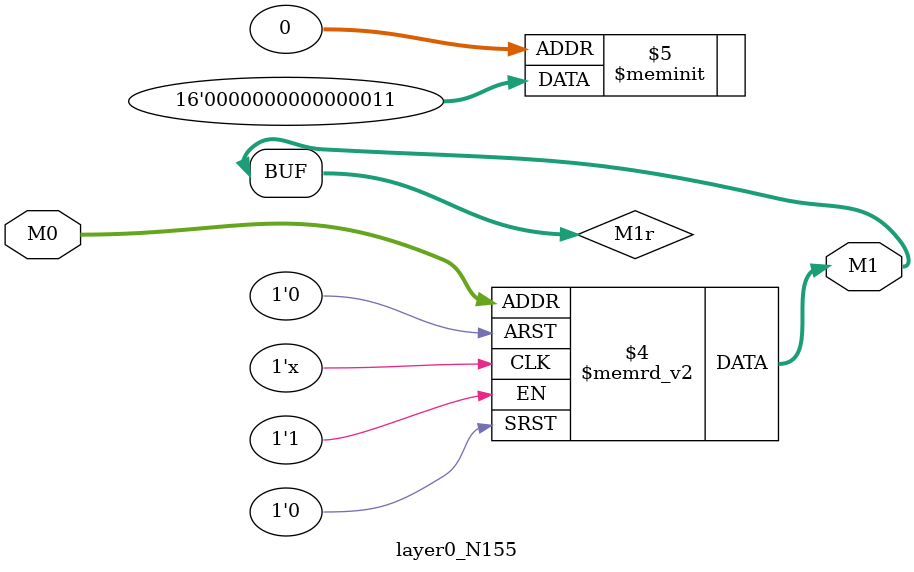
<source format=v>
module layer0_N155 ( input [2:0] M0, output [1:0] M1 );

	(*rom_style = "distributed" *) reg [1:0] M1r;
	assign M1 = M1r;
	always @ (M0) begin
		case (M0)
			3'b000: M1r = 2'b11;
			3'b100: M1r = 2'b00;
			3'b010: M1r = 2'b00;
			3'b110: M1r = 2'b00;
			3'b001: M1r = 2'b00;
			3'b101: M1r = 2'b00;
			3'b011: M1r = 2'b00;
			3'b111: M1r = 2'b00;

		endcase
	end
endmodule

</source>
